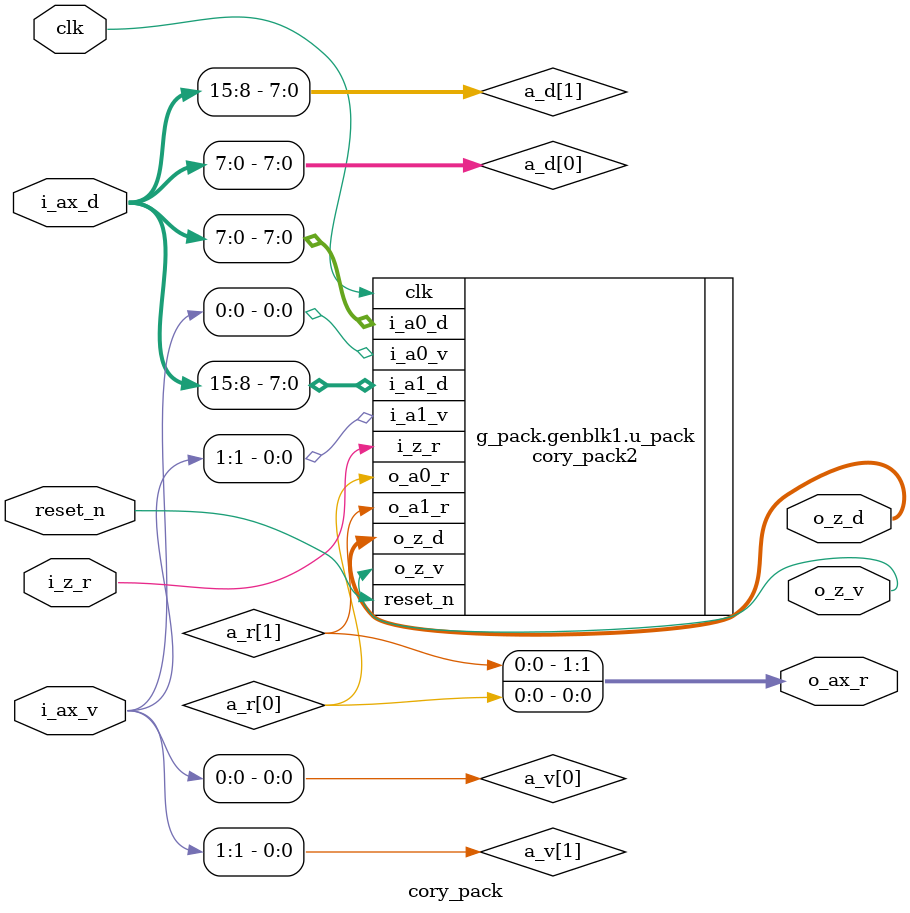
<source format=v>
`ifndef CORY_PACK
    `define CORY_PACK

module cory_pack #(
    parameter   N   = 8,
    parameter   R   = 2,            // 2,3,4,8,16
    parameter   A   = N,
    parameter   Z   = A * R
) (
    input           clk,
    input   [R-1:0] i_ax_v,
    input   [Z-1:0] i_ax_d,
    output  [R-1:0] o_ax_r,

    output          o_z_v,
    output  [Z-1:0] o_z_d,
    input           i_z_r,

    input           reset_n
);

//------------------------------------------------------------------------------

wire            a_v [0:R-1];
wire    [N-1:0] a_d [0:R-1];
wire            a_r [0:R-1];

generate
begin : g_pack
    case (R)
    16: begin
        assign  {a_v[15], a_v[14], a_v[13], a_v[12], a_v[11], a_v[10], a_v[9], a_v[8],
                 a_v[7], a_v[6], a_v[5], a_v[4], a_v[3], a_v[2], a_v[1], a_v[0]}    = i_ax_v;
        assign  {a_d[15], a_d[14], a_d[13], a_d[12], a_d[11], a_d[10], a_d[9], a_d[8],
                 a_d[7], a_d[6], a_d[5], a_d[4], a_d[3], a_d[2], a_d[1], a_d[0]}    = i_ax_d;
        assign  o_ax_r  = {a_r[15], a_r[14], a_r[13], a_r[12], a_r[11], a_r[10], a_r[9], a_r[8],
                           a_r[7], a_r[6], a_r[5], a_r[4], a_r[3], a_r[2], a_r[1], a_r[0]};

        cory_pack16 #(.N(N)) u_pack (
            .clk        (clk),
            .i_a0_v     (a_v[0]),
            .i_a0_d     (a_d[0]),
            .o_a0_r     (a_r[0]),
            .i_a1_v     (a_v[1]),
            .i_a1_d     (a_d[1]),
            .o_a1_r     (a_r[1]),
            .i_a2_v     (a_v[2]),
            .i_a2_d     (a_d[2]),
            .o_a2_r     (a_r[2]),
            .i_a3_v     (a_v[3]),
            .i_a3_d     (a_d[3]),
            .o_a3_r     (a_r[3]),
            .i_a4_v     (a_v[4]),
            .i_a4_d     (a_d[4]),
            .o_a4_r     (a_r[4]),
            .i_a5_v     (a_v[5]),
            .i_a5_d     (a_d[5]),
            .o_a5_r     (a_r[5]),
            .i_a6_v     (a_v[6]),
            .i_a6_d     (a_d[6]),
            .o_a6_r     (a_r[6]),
            .i_a7_v     (a_v[7]),
            .i_a7_d     (a_d[7]),
            .o_a7_r     (a_r[7]),
            .i_a8_v     (a_v[8]),
            .i_a8_d     (a_d[8]),
            .o_a8_r     (a_r[8]),
            .i_a9_v     (a_v[9]),
            .i_a9_d     (a_d[9]),
            .o_a9_r     (a_r[9]),
            .i_aa_v     (a_v[10]),
            .i_aa_d     (a_d[10]),
            .o_aa_r     (a_r[10]),
            .i_ab_v     (a_v[11]),
            .i_ab_d     (a_d[11]),
            .o_ab_r     (a_r[11]),
            .i_ac_v     (a_v[12]),
            .i_ac_d     (a_d[12]),
            .o_ac_r     (a_r[12]),
            .i_ad_v     (a_v[13]),
            .i_ad_d     (a_d[13]),
            .o_ad_r     (a_r[13]),
            .i_ae_v     (a_v[14]),
            .i_ae_d     (a_d[14]),
            .o_ae_r     (a_r[14]),
            .i_af_v     (a_v[15]),
            .i_af_d     (a_d[15]),
            .o_af_r     (a_r[15]),
            .o_z_v      (o_z_v),
            .o_z_d      (o_z_d),
            .i_z_r      (i_z_r),
            .reset_n    (reset_n)
        );
    end
    8: begin
        assign  {a_v[7], a_v[6], a_v[5], a_v[4], a_v[3], a_v[2], a_v[1], a_v[0]}    = i_ax_v;
        assign  {a_d[7], a_d[6], a_d[5], a_d[4], a_d[3], a_d[2], a_d[1], a_d[0]}    = i_ax_d;
        assign  o_ax_r  = {a_r[7], a_r[6], a_r[5], a_r[4], a_r[3], a_r[2], a_r[1], a_r[0]};

        cory_pack8 #(.N(N)) u_pack (
            .clk        (clk),
            .i_a0_v     (a_v[0]),
            .i_a0_d     (a_d[0]),
            .o_a0_r     (a_r[0]),
            .i_a1_v     (a_v[1]),
            .i_a1_d     (a_d[1]),
            .o_a1_r     (a_r[1]),
            .i_a2_v     (a_v[2]),
            .i_a2_d     (a_d[2]),
            .o_a2_r     (a_r[2]),
            .i_a3_v     (a_v[3]),
            .i_a3_d     (a_d[3]),
            .o_a3_r     (a_r[3]),
            .i_a4_v     (a_v[4]),
            .i_a4_d     (a_d[4]),
            .o_a4_r     (a_r[4]),
            .i_a5_v     (a_v[5]),
            .i_a5_d     (a_d[5]),
            .o_a5_r     (a_r[5]),
            .i_a6_v     (a_v[6]),
            .i_a6_d     (a_d[6]),
            .o_a6_r     (a_r[6]),
            .i_a7_v     (a_v[7]),
            .i_a7_d     (a_d[7]),
            .o_a7_r     (a_r[7]),
            .o_z_v      (o_z_v),
            .o_z_d      (o_z_d),
            .i_z_r      (i_z_r),
            .reset_n    (reset_n)
        );
    end
    4: begin
        assign  {a_v[3], a_v[2], a_v[1], a_v[0]}    = i_ax_v;
        assign  {a_d[3], a_d[2], a_d[1], a_d[0]}    = i_ax_d;
        assign  o_ax_r  = {a_r[3], a_r[2], a_r[1], a_r[0]};

        cory_pack4 #(.N(N)) u_pack (
            .clk        (clk),
            .i_a0_v     (a_v[0]),
            .i_a0_d     (a_d[0]),
            .o_a0_r     (a_r[0]),
            .i_a1_v     (a_v[1]),
            .i_a1_d     (a_d[1]),
            .o_a1_r     (a_r[1]),
            .i_a2_v     (a_v[2]),
            .i_a2_d     (a_d[2]),
            .o_a2_r     (a_r[2]),
            .i_a3_v     (a_v[3]),
            .i_a3_d     (a_d[3]),
            .o_a3_r     (a_r[3]),
            .o_z_v      (o_z_v),
            .o_z_d      (o_z_d),
            .i_z_r      (i_z_r),
            .reset_n    (reset_n)
        );
    end
    3: begin
        assign  {a_v[2], a_v[1], a_v[0]}    = i_ax_v;
        assign  {a_d[2], a_d[1], a_d[0]}    = i_ax_d;
        assign  o_ax_r  = {a_r[2], a_r[1], a_r[0]};

        cory_pack3 #(.N(N)) u_pack (
            .clk        (clk),
            .i_a0_v     (a_v[0]),
            .i_a0_d     (a_d[0]),
            .o_a0_r     (a_r[0]),
            .i_a1_v     (a_v[1]),
            .i_a1_d     (a_d[1]),
            .o_a1_r     (a_r[1]),
            .i_a2_v     (a_v[2]),
            .i_a2_d     (a_d[2]),
            .o_a2_r     (a_r[2]),
            .o_z_v      (o_z_v),
            .o_z_d      (o_z_d),
            .i_z_r      (i_z_r),
            .reset_n    (reset_n)
        );
    end
    2: begin
        assign  {a_v[1], a_v[0]}    = i_ax_v;
        assign  {a_d[1], a_d[0]}    = i_ax_d;
        assign  o_ax_r  = {a_r[1], a_r[0]};

        cory_pack2 #(.N(N)) u_pack (
            .clk        (clk),
            .i_a0_v     (a_v[0]),
            .i_a0_d     (a_d[0]),
            .o_a0_r     (a_r[0]),
            .i_a1_v     (a_v[1]),
            .i_a1_d     (a_d[1]),
            .o_a1_r     (a_r[1]),
            .o_z_v      (o_z_v),
            .o_z_d      (o_z_d),
            .i_z_r      (i_z_r),
            .reset_n    (reset_n)
        );
    end
`ifdef  SIM
    default: begin
        initial begin
            $display ("ERROR:%m: R=%1d not supported", R);
            $finish;
        end
    end
`endif  //  SIM
    endcase
end
endgenerate

endmodule

`endif

</source>
